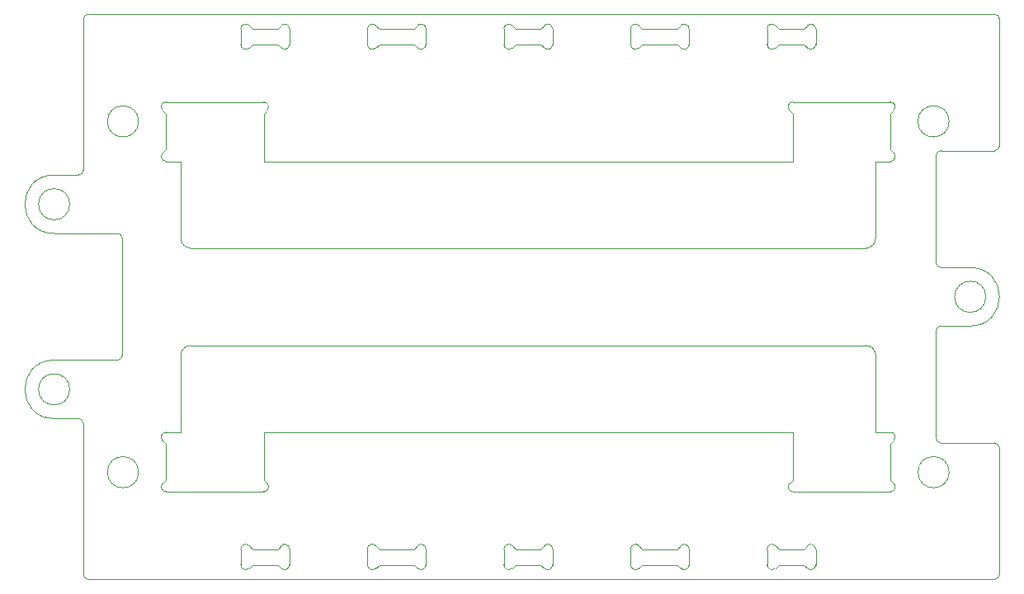
<source format=gm1>
G04 #@! TF.GenerationSoftware,KiCad,Pcbnew,(5.1.6-0-10_14)*
G04 #@! TF.CreationDate,2021-12-08T11:10:56+09:00*
G04 #@! TF.ProjectId,qPCR-holder,71504352-2d68-46f6-9c64-65722e6b6963,rev?*
G04 #@! TF.SameCoordinates,Original*
G04 #@! TF.FileFunction,Profile,NP*
%FSLAX46Y46*%
G04 Gerber Fmt 4.6, Leading zero omitted, Abs format (unit mm)*
G04 Created by KiCad (PCBNEW (5.1.6-0-10_14)) date 2021-12-08 11:10:56*
%MOMM*%
%LPD*%
G01*
G04 APERTURE LIST*
G04 #@! TA.AperFunction,Profile*
%ADD10C,0.100000*%
G04 #@! TD*
G04 APERTURE END LIST*
D10*
X117000000Y-93000000D02*
G75*
G02*
X117000000Y-87000000I0J3000000D01*
G01*
X117000000Y-112000000D02*
G75*
G02*
X117000000Y-106000000I0J3000000D01*
G01*
X120000000Y-86500000D02*
G75*
G02*
X119500000Y-87000000I-500000J0D01*
G01*
X119500000Y-112000000D02*
G75*
G02*
X120000000Y-112500000I0J-500000D01*
G01*
X117000000Y-112000000D02*
X119500000Y-112000000D01*
X120000000Y-128000000D02*
X120000000Y-112500000D01*
X117000000Y-87000000D02*
X119500000Y-87000000D01*
X120000000Y-71000000D02*
X120000000Y-86500000D01*
X214000000Y-115000000D02*
X214000000Y-128000000D01*
X213500000Y-114500000D02*
G75*
G02*
X214000000Y-115000000I0J-500000D01*
G01*
X208000000Y-114500000D02*
X213500000Y-114500000D01*
X208000000Y-114500000D02*
G75*
G02*
X207500000Y-114000000I0J500000D01*
G01*
X207500000Y-114000000D02*
X207500000Y-103000000D01*
X214000000Y-84000000D02*
G75*
G02*
X213500000Y-84500000I-500000J0D01*
G01*
X208000000Y-84500000D02*
X213500000Y-84500000D01*
X207500000Y-85000000D02*
G75*
G02*
X208000000Y-84500000I500000J0D01*
G01*
X207500000Y-96000000D02*
X207500000Y-85000000D01*
X207500000Y-103000000D02*
G75*
G02*
X208000000Y-102500000I500000J0D01*
G01*
X208000000Y-96500000D02*
G75*
G02*
X207500000Y-96000000I0J500000D01*
G01*
X208000000Y-102500000D02*
X211000000Y-102500000D01*
X208000000Y-96500000D02*
X211000000Y-96500000D01*
X211000000Y-96500000D02*
G75*
G02*
X211000000Y-102500000I0J-3000000D01*
G01*
X117000000Y-106000000D02*
X123500000Y-106000000D01*
X124000000Y-93500000D02*
X124000000Y-105500000D01*
X117000000Y-93000000D02*
X123500000Y-93000000D01*
X123500000Y-93000000D02*
G75*
G02*
X124000000Y-93500000I0J-500000D01*
G01*
X124000000Y-105500000D02*
G75*
G02*
X123500000Y-106000000I-500000J0D01*
G01*
X118600000Y-90000000D02*
G75*
G03*
X118600000Y-90000000I-1600000J0D01*
G01*
X212600000Y-99500000D02*
G75*
G03*
X212600000Y-99500000I-1600000J0D01*
G01*
X118600000Y-109000000D02*
G75*
G03*
X118600000Y-109000000I-1600000J0D01*
G01*
X214000000Y-128000000D02*
G75*
G02*
X213500000Y-128500000I-500000J0D01*
G01*
X120500000Y-128500000D02*
G75*
G02*
X120000000Y-128000000I0J500000D01*
G01*
X120000000Y-71000000D02*
G75*
G02*
X120500000Y-70500000I500000J0D01*
G01*
X213500000Y-70500000D02*
G75*
G02*
X214000000Y-71000000I0J-500000D01*
G01*
X176150000Y-125398483D02*
X176150000Y-126998483D01*
X177003553Y-125044930D02*
G75*
G03*
X176150000Y-125398483I-353553J-353553D01*
G01*
X177357106Y-125398483D02*
X177003553Y-125044929D01*
X180942893Y-125398483D02*
X177357106Y-125398483D01*
X181296446Y-125044929D02*
X180942893Y-125398483D01*
X182150001Y-125398483D02*
G75*
G03*
X181296446Y-125044929I-500001J0D01*
G01*
X182150000Y-126998483D02*
X182150000Y-125398483D01*
X181296447Y-127352036D02*
G75*
G03*
X182150000Y-126998483I353553J353553D01*
G01*
X180942893Y-126998483D02*
X181296446Y-127352036D01*
X177357106Y-126998483D02*
X180942893Y-126998483D01*
X177003553Y-127352036D02*
X177357106Y-126998483D01*
X176150001Y-126998483D02*
G75*
G03*
X177003553Y-127352036I499999J0D01*
G01*
X166942893Y-126998483D02*
X164357106Y-126998483D01*
X167296446Y-127352036D02*
X166942893Y-126998483D01*
X167296447Y-127352036D02*
G75*
G03*
X168150000Y-126998483I353553J353553D01*
G01*
X168150000Y-125398483D02*
X168150000Y-126998483D01*
X168150001Y-125398483D02*
G75*
G03*
X167296446Y-125044929I-500001J0D01*
G01*
X166942893Y-125398483D02*
X167296446Y-125044929D01*
X164357106Y-125398483D02*
X166942893Y-125398483D01*
X164003553Y-125044929D02*
X164357106Y-125398483D01*
X164003553Y-125044930D02*
G75*
G03*
X163150000Y-125398483I-353553J-353553D01*
G01*
X163150000Y-126998483D02*
X163150000Y-125398483D01*
X163150001Y-126998483D02*
G75*
G03*
X164003553Y-127352036I499999J0D01*
G01*
X164357106Y-126998483D02*
X164003553Y-127352036D01*
X125664141Y-117499167D02*
G75*
G03*
X125664141Y-117499167I-1600000J0D01*
G01*
X208836141Y-117499167D02*
G75*
G03*
X208836141Y-117499167I-1600000J0D01*
G01*
X137357106Y-125398483D02*
X139942893Y-125398483D01*
X137003553Y-125044929D02*
X137357106Y-125398483D01*
X137003553Y-125044930D02*
G75*
G03*
X136150000Y-125398483I-353553J-353553D01*
G01*
X136150000Y-126998483D02*
X136150000Y-125398483D01*
X136150001Y-126998483D02*
G75*
G03*
X137003553Y-127352036I499999J0D01*
G01*
X137357106Y-126998483D02*
X137003553Y-127352036D01*
X139942893Y-126998483D02*
X137357106Y-126998483D01*
X140296446Y-127352036D02*
X139942893Y-126998483D01*
X140296447Y-127352036D02*
G75*
G03*
X141150000Y-126998483I353553J353553D01*
G01*
X141150000Y-125398483D02*
X141150000Y-126998483D01*
X141150001Y-125398483D02*
G75*
G03*
X140296446Y-125044929I-500001J0D01*
G01*
X139942893Y-125398483D02*
X140296446Y-125044929D01*
X149150000Y-125398483D02*
X149150000Y-126998483D01*
X150003553Y-125044930D02*
G75*
G03*
X149150000Y-125398483I-353553J-353553D01*
G01*
X150357106Y-125398483D02*
X150003553Y-125044929D01*
X153942893Y-125398483D02*
X150357106Y-125398483D01*
X154296446Y-125044929D02*
X153942893Y-125398483D01*
X155150001Y-125398483D02*
G75*
G03*
X154296446Y-125044929I-500001J0D01*
G01*
X155150000Y-126998483D02*
X155150000Y-125398483D01*
X154296447Y-127352036D02*
G75*
G03*
X155150000Y-126998483I353553J353553D01*
G01*
X153942893Y-126998483D02*
X154296446Y-127352036D01*
X150357106Y-126998483D02*
X153942893Y-126998483D01*
X150003553Y-127352036D02*
X150357106Y-126998483D01*
X149150001Y-126998483D02*
G75*
G03*
X150003553Y-127352036I499999J0D01*
G01*
X193942893Y-126998483D02*
X191357106Y-126998483D01*
X194296446Y-127352036D02*
X193942893Y-126998483D01*
X194296447Y-127352036D02*
G75*
G03*
X195150000Y-126998483I353553J353553D01*
G01*
X195150000Y-125398483D02*
X195150000Y-126998483D01*
X195150001Y-125398483D02*
G75*
G03*
X194296446Y-125044929I-500001J0D01*
G01*
X193942893Y-125398483D02*
X194296446Y-125044929D01*
X191357106Y-125398483D02*
X193942893Y-125398483D01*
X191003553Y-125044929D02*
X191357106Y-125398483D01*
X191003553Y-125044930D02*
G75*
G03*
X190150000Y-125398483I-353553J-353553D01*
G01*
X190150000Y-126998483D02*
X190150000Y-125398483D01*
X190150001Y-126998483D02*
G75*
G03*
X191003553Y-127352036I499999J0D01*
G01*
X191357106Y-126998483D02*
X191003553Y-127352036D01*
X192446053Y-118644929D02*
X192799606Y-118291376D01*
X192446053Y-118644930D02*
G75*
G03*
X192799606Y-119498483I353553J-353553D01*
G01*
X202800000Y-119498483D02*
X192799606Y-119498483D01*
X202800001Y-119498483D02*
G75*
G03*
X203153553Y-118644929I-1J500000D01*
G01*
X202800000Y-118291376D02*
X203153553Y-118644929D01*
X202800000Y-114605589D02*
X202800000Y-118291376D01*
X203153553Y-114252036D02*
X202800000Y-114605589D01*
X192799606Y-113398483D02*
X138499606Y-113398483D01*
X192799606Y-118291376D02*
X192799606Y-113398483D01*
X201300000Y-105501319D02*
G75*
G03*
X200300000Y-104501319I-1000000J0D01*
G01*
X131000000Y-104501319D02*
X200300000Y-104501319D01*
X131000000Y-104501319D02*
G75*
G03*
X130000000Y-105501319I0J-1000000D01*
G01*
X130000000Y-113398483D02*
X130000000Y-105501319D01*
X128500000Y-113398483D02*
X130000000Y-113398483D01*
X128500001Y-113398483D02*
G75*
G03*
X128146446Y-114252036I-1J-500000D01*
G01*
X128500000Y-114605589D02*
X128146446Y-114252036D01*
X128500000Y-118291376D02*
X128500000Y-114605589D01*
X128146446Y-118644929D02*
X128500000Y-118291376D01*
X128146447Y-118644930D02*
G75*
G03*
X128500000Y-119498483I353553J-353553D01*
G01*
X138499606Y-119498483D02*
X128500000Y-119498483D01*
X138499607Y-119498483D02*
G75*
G03*
X138853159Y-118644929I-1J500000D01*
G01*
X138499606Y-118291376D02*
X138853159Y-118644929D01*
X138499606Y-113398483D02*
X138499606Y-118291376D01*
X120500000Y-128500000D02*
X213500000Y-128500000D01*
X203153553Y-114252036D02*
G75*
G03*
X202800000Y-113398483I-353553J353553D01*
G01*
X201300000Y-113398483D02*
X202800000Y-113398483D01*
X201300000Y-105501319D02*
X201300000Y-113398483D01*
X176150000Y-73601517D02*
X176150000Y-72001517D01*
X177003553Y-73955070D02*
G75*
G02*
X176150000Y-73601517I-353553J353553D01*
G01*
X177357106Y-73601517D02*
X177003553Y-73955071D01*
X180942893Y-73601517D02*
X177357106Y-73601517D01*
X181296446Y-73955071D02*
X180942893Y-73601517D01*
X182150001Y-73601517D02*
G75*
G02*
X181296446Y-73955071I-500001J0D01*
G01*
X182150000Y-72001517D02*
X182150000Y-73601517D01*
X181296447Y-71647964D02*
G75*
G02*
X182150000Y-72001517I353553J-353553D01*
G01*
X180942893Y-72001517D02*
X181296446Y-71647964D01*
X177357106Y-72001517D02*
X180942893Y-72001517D01*
X177003553Y-71647964D02*
X177357106Y-72001517D01*
X176150001Y-72001517D02*
G75*
G02*
X177003553Y-71647964I499999J0D01*
G01*
X166942893Y-72001517D02*
X164357106Y-72001517D01*
X167296446Y-71647964D02*
X166942893Y-72001517D01*
X167296447Y-71647964D02*
G75*
G02*
X168150000Y-72001517I353553J-353553D01*
G01*
X168150000Y-73601517D02*
X168150000Y-72001517D01*
X168150001Y-73601517D02*
G75*
G02*
X167296446Y-73955071I-500001J0D01*
G01*
X166942893Y-73601517D02*
X167296446Y-73955071D01*
X164357106Y-73601517D02*
X166942893Y-73601517D01*
X164003553Y-73955071D02*
X164357106Y-73601517D01*
X164003553Y-73955070D02*
G75*
G02*
X163150000Y-73601517I-353553J353553D01*
G01*
X163150000Y-72001517D02*
X163150000Y-73601517D01*
X163150001Y-72001517D02*
G75*
G02*
X164003553Y-71647964I499999J0D01*
G01*
X164357106Y-72001517D02*
X164003553Y-71647964D01*
X125664141Y-81500833D02*
G75*
G03*
X125664141Y-81500833I-1600000J0D01*
G01*
X208836141Y-81500833D02*
G75*
G03*
X208836141Y-81500833I-1600000J0D01*
G01*
X137357106Y-73601517D02*
X139942893Y-73601517D01*
X137003553Y-73955071D02*
X137357106Y-73601517D01*
X137003553Y-73955070D02*
G75*
G02*
X136150000Y-73601517I-353553J353553D01*
G01*
X136150000Y-72001517D02*
X136150000Y-73601517D01*
X136150001Y-72001517D02*
G75*
G02*
X137003553Y-71647964I499999J0D01*
G01*
X137357106Y-72001517D02*
X137003553Y-71647964D01*
X139942893Y-72001517D02*
X137357106Y-72001517D01*
X140296446Y-71647964D02*
X139942893Y-72001517D01*
X140296447Y-71647964D02*
G75*
G02*
X141150000Y-72001517I353553J-353553D01*
G01*
X141150000Y-73601517D02*
X141150000Y-72001517D01*
X141150001Y-73601517D02*
G75*
G02*
X140296446Y-73955071I-500001J0D01*
G01*
X139942893Y-73601517D02*
X140296446Y-73955071D01*
X149150000Y-73601517D02*
X149150000Y-72001517D01*
X150003553Y-73955070D02*
G75*
G02*
X149150000Y-73601517I-353553J353553D01*
G01*
X150357106Y-73601517D02*
X150003553Y-73955071D01*
X153942893Y-73601517D02*
X150357106Y-73601517D01*
X154296446Y-73955071D02*
X153942893Y-73601517D01*
X155150001Y-73601517D02*
G75*
G02*
X154296446Y-73955071I-500001J0D01*
G01*
X155150000Y-72001517D02*
X155150000Y-73601517D01*
X154296447Y-71647964D02*
G75*
G02*
X155150000Y-72001517I353553J-353553D01*
G01*
X153942893Y-72001517D02*
X154296446Y-71647964D01*
X150357106Y-72001517D02*
X153942893Y-72001517D01*
X150003553Y-71647964D02*
X150357106Y-72001517D01*
X149150001Y-72001517D02*
G75*
G02*
X150003553Y-71647964I499999J0D01*
G01*
X193942893Y-72001517D02*
X191357106Y-72001517D01*
X194296446Y-71647964D02*
X193942893Y-72001517D01*
X194296447Y-71647964D02*
G75*
G02*
X195150000Y-72001517I353553J-353553D01*
G01*
X195150000Y-73601517D02*
X195150000Y-72001517D01*
X195150001Y-73601517D02*
G75*
G02*
X194296446Y-73955071I-500001J0D01*
G01*
X193942893Y-73601517D02*
X194296446Y-73955071D01*
X191357106Y-73601517D02*
X193942893Y-73601517D01*
X191003553Y-73955071D02*
X191357106Y-73601517D01*
X191003553Y-73955070D02*
G75*
G02*
X190150000Y-73601517I-353553J353553D01*
G01*
X190150000Y-72001517D02*
X190150000Y-73601517D01*
X190150001Y-72001517D02*
G75*
G02*
X191003553Y-71647964I499999J0D01*
G01*
X191357106Y-72001517D02*
X191003553Y-71647964D01*
X192446053Y-80355071D02*
X192799606Y-80708624D01*
X192446053Y-80355070D02*
G75*
G02*
X192799606Y-79501517I353553J353553D01*
G01*
X202800000Y-79501517D02*
X192799606Y-79501517D01*
X202800001Y-79501517D02*
G75*
G02*
X203153553Y-80355071I-1J-500000D01*
G01*
X202800000Y-80708624D02*
X203153553Y-80355071D01*
X202800000Y-84394411D02*
X202800000Y-80708624D01*
X203153553Y-84747964D02*
X202800000Y-84394411D01*
X192799606Y-85601517D02*
X138499606Y-85601517D01*
X192799606Y-80708624D02*
X192799606Y-85601517D01*
X201300000Y-93498681D02*
G75*
G02*
X200300000Y-94498681I-1000000J0D01*
G01*
X131000000Y-94498681D02*
X200300000Y-94498681D01*
X131000000Y-94498681D02*
G75*
G02*
X130000000Y-93498681I0J1000000D01*
G01*
X130000000Y-85601517D02*
X130000000Y-93498681D01*
X128500000Y-85601517D02*
X130000000Y-85601517D01*
X128500001Y-85601517D02*
G75*
G02*
X128146446Y-84747964I-1J500000D01*
G01*
X128500000Y-84394411D02*
X128146446Y-84747964D01*
X128500000Y-80708624D02*
X128500000Y-84394411D01*
X128146446Y-80355071D02*
X128500000Y-80708624D01*
X128146447Y-80355070D02*
G75*
G02*
X128500000Y-79501517I353553J353553D01*
G01*
X138499606Y-79501517D02*
X128500000Y-79501517D01*
X138499607Y-79501517D02*
G75*
G02*
X138853159Y-80355071I-1J-500000D01*
G01*
X138499606Y-80708624D02*
X138853159Y-80355071D01*
X138499606Y-85601517D02*
X138499606Y-80708624D01*
X214000000Y-71000000D02*
X214000000Y-84000000D01*
X120500000Y-70500000D02*
X213500000Y-70500000D01*
X203153553Y-84747964D02*
G75*
G02*
X202800000Y-85601517I-353553J-353553D01*
G01*
X201300000Y-85601517D02*
X202800000Y-85601517D01*
X201300000Y-93498681D02*
X201300000Y-85601517D01*
M02*

</source>
